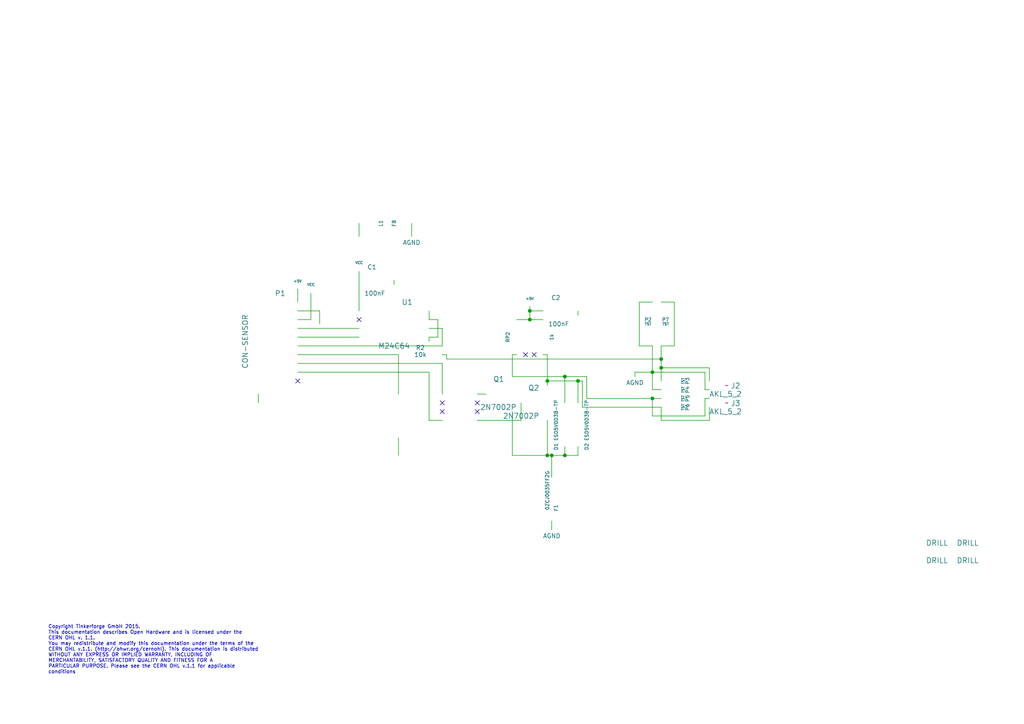
<source format=kicad_sch>
(kicad_sch (version 20230121) (generator eeschema)
  (paper "A4")
  (title_block (title "LED Strip Bricklet") (date "Mi 08 Jul 2015") (rev "1.1") (company "Tinkerforge GmbH") (comment 1 "Licensed under CERN OHL v.1.1") (comment 2 "Copyright (©) 2015, B.Nordmeyer <bastian@tinkerforge.com>"))
  (lib_symbols)
  (junction (at 153.67 92.71))
  (junction (at 163.83 132.08))
  (junction (at 191.77 104.14))
  (junction (at 167.64 110.49))
  (junction (at 163.83 109.22))
  (junction (at 153.67 90.17))
  (junction (at 160.02 132.08))
  (junction (at 189.23 107.95))
  (junction (at 191.77 106.68))
  (junction (at 158.75 110.49))
  (junction (at 158.75 132.08))
  (junction (at 189.23 115.57))
  (no_connect (at 104.14 92.71))
  (no_connect (at 128.27 119.38))
  (no_connect (at 152.4 102.87))
  (no_connect (at 138.43 119.38))
  (no_connect (at 154.94 102.87))
  (no_connect (at 138.43 116.84))
  (no_connect (at 128.27 116.84))
  (no_connect (at 86.36 110.49))
  (wire (pts (xy 163.83 116.84) (xy 163.83 109.22)))
  (wire (pts (xy 115.57 102.87) (xy 86.36 102.87)))
  (wire (pts (xy 168.91 118.11) (xy 191.77 118.11)))
  (wire (pts (xy 151.13 121.92) (xy 151.13 116.84)))
  (wire (pts (xy 189.23 120.65) (xy 204.47 120.65)))
  (wire (pts (xy 160.02 132.08) (xy 163.83 132.08)))
  (wire (pts (xy 86.36 100.33) (xy 128.27 100.33)))
  (wire (pts (xy 127 97.79) (xy 127 92.71)))
  (wire (pts (xy 90.17 92.71) (xy 86.36 92.71)))
  (wire (pts (xy 185.42 100.33) (xy 189.23 100.33)))
  (wire (pts (xy 104.14 95.25) (xy 86.36 95.25)))
  (wire (pts (xy 138.43 121.92) (xy 151.13 121.92)))
  (wire (pts (xy 205.74 106.68) (xy 191.77 106.68)))
  (wire (pts (xy 128.27 95.25) (xy 124.46 95.25)))
  (wire (pts (xy 168.91 110.49) (xy 168.91 118.11)))
  (wire (pts (xy 153.67 92.71) (xy 157.48 92.71)))
  (wire (pts (xy 148.59 109.22) (xy 148.59 102.87)))
  (wire (pts (xy 189.23 107.95) (xy 189.23 113.03)))
  (wire (pts (xy 191.77 100.33) (xy 191.77 104.14)))
  (wire (pts (xy 153.67 90.17) (xy 153.67 92.71)))
  (wire (pts (xy 92.71 90.17) (xy 92.71 93.98)))
  (wire (pts (xy 163.83 129.54) (xy 163.83 132.08)))
  (wire (pts (xy 148.59 132.08) (xy 158.75 132.08)))
  (wire (pts (xy 104.14 68.58) (xy 104.14 64.77)))
  (wire (pts (xy 86.36 90.17) (xy 92.71 90.17)))
  (wire (pts (xy 160.02 138.43) (xy 160.02 132.08)))
  (wire (pts (xy 140.97 114.3) (xy 138.43 114.3)))
  (wire (pts (xy 86.36 105.41) (xy 128.27 105.41)))
  (wire (pts (xy 124.46 92.71) (xy 124.46 90.17)))
  (wire (pts (xy 74.93 116.84) (xy 74.93 114.3)))
  (wire (pts (xy 124.46 107.95) (xy 124.46 121.92)))
  (wire (pts (xy 148.59 109.22) (xy 163.83 109.22)))
  (wire (pts (xy 185.42 100.33) (xy 185.42 87.63)))
  (wire (pts (xy 104.14 97.79) (xy 86.36 97.79)))
  (wire (pts (xy 129.54 104.14) (xy 191.77 104.14)))
  (wire (pts (xy 167.64 129.54) (xy 167.64 132.08)))
  (wire (pts (xy 124.46 121.92) (xy 128.27 121.92)))
  (wire (pts (xy 158.75 110.49) (xy 158.75 102.87)))
  (wire (pts (xy 184.15 107.95) (xy 189.23 107.95)))
  (wire (pts (xy 115.57 102.87) (xy 115.57 114.3)))
  (wire (pts (xy 158.75 121.92) (xy 158.75 132.08)))
  (wire (pts (xy 153.67 88.9) (xy 153.67 90.17)))
  (wire (pts (xy 160.02 153.67) (xy 160.02 151.13)))
  (wire (pts (xy 204.47 107.95) (xy 204.47 113.03)))
  (wire (pts (xy 170.18 109.22) (xy 170.18 115.57)))
  (wire (pts (xy 167.64 91.44) (xy 167.64 90.17)))
  (wire (pts (xy 148.59 102.87) (xy 149.86 102.87)))
  (wire (pts (xy 128.27 105.41) (xy 128.27 114.3)))
  (wire (pts (xy 204.47 120.65) (xy 204.47 115.57)))
  (wire (pts (xy 189.23 113.03) (xy 191.77 113.03)))
  (wire (pts (xy 191.77 100.33) (xy 195.58 100.33)))
  (wire (pts (xy 158.75 110.49) (xy 167.64 110.49)))
  (wire (pts (xy 170.18 115.57) (xy 189.23 115.57)))
  (wire (pts (xy 114.3 81.28) (xy 114.3 82.55)))
  (wire (pts (xy 104.14 78.74) (xy 104.14 90.17)))
  (wire (pts (xy 189.23 115.57) (xy 189.23 120.65)))
  (wire (pts (xy 195.58 100.33) (xy 195.58 87.63)))
  (wire (pts (xy 185.42 87.63) (xy 189.23 87.63)))
  (wire (pts (xy 167.64 116.84) (xy 167.64 110.49)))
  (wire (pts (xy 191.77 121.92) (xy 205.74 121.92)))
  (wire (pts (xy 128.27 102.87) (xy 129.54 102.87)))
  (wire (pts (xy 204.47 115.57) (xy 205.74 115.57)))
  (wire (pts (xy 153.67 90.17) (xy 157.48 90.17)))
  (wire (pts (xy 149.86 92.71) (xy 153.67 92.71)))
  (wire (pts (xy 86.36 107.95) (xy 124.46 107.95)))
  (wire (pts (xy 124.46 97.79) (xy 124.46 99.06)))
  (wire (pts (xy 90.17 85.09) (xy 90.17 92.71)))
  (wire (pts (xy 163.83 132.08) (xy 167.64 132.08)))
  (wire (pts (xy 189.23 115.57) (xy 191.77 115.57)))
  (wire (pts (xy 158.75 132.08) (xy 160.02 132.08)))
  (wire (pts (xy 184.15 107.95) (xy 184.15 109.22)))
  (wire (pts (xy 158.75 111.76) (xy 158.75 110.49)))
  (wire (pts (xy 167.64 110.49) (xy 168.91 110.49)))
  (wire (pts (xy 127 92.71) (xy 124.46 92.71)))
  (wire (pts (xy 189.23 107.95) (xy 204.47 107.95)))
  (wire (pts (xy 119.38 68.58) (xy 119.38 64.77)))
  (wire (pts (xy 127 97.79) (xy 124.46 97.79)))
  (wire (pts (xy 191.77 104.14) (xy 191.77 106.68)))
  (wire (pts (xy 148.59 119.38) (xy 148.59 132.08)))
  (wire (pts (xy 189.23 100.33) (xy 189.23 107.95)))
  (wire (pts (xy 205.74 121.92) (xy 205.74 118.11)))
  (wire (pts (xy 158.75 102.87) (xy 157.48 102.87)))
  (wire (pts (xy 204.47 113.03) (xy 205.74 113.03)))
  (wire (pts (xy 191.77 118.11) (xy 191.77 121.92)))
  (wire (pts (xy 195.58 87.63) (xy 191.77 87.63)))
  (wire (pts (xy 115.57 127) (xy 115.57 132.08)))
  (wire (pts (xy 191.77 106.68) (xy 191.77 110.49)))
  (wire (pts (xy 128.27 100.33) (xy 128.27 95.25)))
  (wire (pts (xy 86.36 87.63) (xy 86.36 83.82)))
  (wire (pts (xy 205.74 110.49) (xy 205.74 106.68)))
  (wire (pts (xy 129.54 102.87) (xy 129.54 104.14)))
  (wire (pts (xy 163.83 109.22) (xy 170.18 109.22)))
  (text "Copyright Tinkerforge GmbH 2015.\nThis documentation describes Open Hardware and is licensed under the\nCERN OHL v. 1.1.\nYou may redistribute and modify this documentation under the terms of the\nCERN OHL v.1.1. (http://ohwr.org/cernohl). This documentation is distributed\nWITHOUT ANY EXPRESS OR IMPLIED WARRANTY, INCLUDING OF\nMERCHANTABILITY, SATISFACTORY QUALITY AND FITNESS FOR A\nPARTICULAR PURPOSE. Please see the CERN OHL v.1.1 for applicable\nconditions\n" (at 13.97 195.58 0) (effects (font (size 1.016 1.016)) (justify left bottom)))
  (symbol (lib_id "CON-SENSOR") (at 74.93 99.06 0) (mirror y) (unit 1)
    (property "Reference" "P1" (at 81.28 85.09 0) (effects (font (size 1.524 1.524))))
    (property "Value" "CON-SENSOR" (at 71.12 99.06 90) (effects (font (size 1.524 1.524))))
    (property "Footprint" "kicad-libraries:CON-SENSOR" (effects hide))
  )
  (symbol (lib_id "GND") (at 74.93 116.84 0) (unit 1)
    (property "Reference" "#PWR06" (effects hide))
    (property "Value" "GND" (effects hide))
  )
  (symbol (lib_id "GND") (at 92.71 93.98 0) (unit 1)
    (property "Reference" "#PWR05" (effects hide))
    (property "Value" "GND" (effects hide))
  )
  (symbol (lib_id "VCC") (at 90.17 85.09 0) (unit 1)
    (property "Reference" "#PWR04" (effects hide))
    (property "Value" "VCC" (at 90.17 82.55 0) (effects (font (size 0.762 0.762))))
  )
  (symbol (lib_id "CAT24C") (at 114.3 100.33 0) (mirror y) (unit 1)
    (property "Reference" "U1" (at 118.11 87.63 0) (effects (font (size 1.524 1.524))))
    (property "Value" "M24C64" (at 114.3 100.33 0) (effects (font (size 1.524 1.524))))
    (property "Footprint" "kicad-libraries:SOIC8" (effects hide))
  )
  (symbol (lib_id "C") (at 109.22 81.28 90) (unit 1)
    (property "Reference" "C1" (at 109.22 77.47 90) (effects (justify left)))
    (property "Value" "100nF" (at 111.76 85.09 90) (effects (justify left)))
    (property "Footprint" "kicad-libraries:C0603" (effects hide))
  )
  (symbol (lib_id "DRILL") (at 280.67 157.48 0) (unit 1)
    (property "Reference" "U4" (effects hide))
    (property "Value" "DRILL" (at 280.67 157.48 0) (effects (font (size 1.524 1.524))))
    (property "Footprint" "kicad-libraries:DRILL_NP" (effects hide))
  )
  (symbol (lib_id "DRILL") (at 280.67 162.56 0) (unit 1)
    (property "Reference" "U5" (effects hide))
    (property "Value" "DRILL" (at 280.67 162.56 0) (effects (font (size 1.524 1.524))))
    (property "Footprint" "kicad-libraries:DRILL_NP" (effects hide))
  )
  (symbol (lib_id "DRILL") (at 271.78 162.56 0) (unit 1)
    (property "Reference" "U3" (effects hide))
    (property "Value" "DRILL" (at 271.78 162.56 0) (effects (font (size 1.524 1.524))))
    (property "Footprint" "kicad-libraries:DRILL_NP" (effects hide))
  )
  (symbol (lib_id "DRILL") (at 271.78 157.48 0) (unit 1)
    (property "Reference" "U2" (effects hide))
    (property "Value" "DRILL" (at 271.78 157.48 0) (effects (font (size 1.524 1.524))))
    (property "Footprint" "kicad-libraries:DRILL_NP" (effects hide))
  )
  (symbol (lib_id "GND") (at 124.46 99.06 0) (unit 1)
    (property "Reference" "#PWR03" (effects hide))
    (property "Value" "GND" (effects hide))
  )
  (symbol (lib_id "VCC") (at 104.14 78.74 0) (unit 1)
    (property "Reference" "#PWR02" (effects hide))
    (property "Value" "VCC" (at 104.14 76.2 0) (effects (font (size 0.762 0.762))))
  )
  (symbol (lib_id "GND") (at 114.3 82.55 0) (unit 1)
    (property "Reference" "#PWR01" (effects hide))
    (property "Value" "GND" (effects hide))
  )
  (symbol (lib_id "R_PACK4") (at 133.35 123.19 0) (mirror y) (unit 1)
    (property "Reference" "RP1" (at 133.35 111.76 0) (effects (font (size 1.016 1.016))))
    (property "Value" "470" (at 133.35 124.46 0) (effects (font (size 1.016 1.016))))
    (property "Footprint" "kicad-libraries:4X0603" (effects hide))
  )
  (symbol (lib_id "R") (at 121.92 102.87 90) (unit 1)
    (property "Reference" "R2" (at 121.92 100.838 90))
    (property "Value" "10k" (at 121.92 102.87 90))
    (property "Footprint" "kicad-libraries:R0603" (effects hide))
  )
  (symbol (lib_id "R") (at 115.57 120.65 180) (unit 1)
    (property "Reference" "R1" (at 113.538 120.65 90))
    (property "Value" "1k" (at 115.57 120.65 90))
    (property "Footprint" "kicad-libraries:R0603" (effects hide))
  )
  (symbol (lib_id "AKL_5_2") (at 210.82 116.84 0) (unit 1)
    (property "Reference" "J3" (at 213.36 116.967 0) (effects (font (size 1.524 1.524))))
    (property "Value" "AKL_5_2" (at 210.439 119.38 0) (effects (font (size 1.524 1.524))))
    (property "Footprint" "kicad-libraries:AKL_5_2" (effects hide))
    (property "Datasheet" "~" (at 210.82 116.84 0) (effects (font (size 1.524 1.524))))
  )
  (symbol (lib_id "AKL_5_2") (at 210.82 111.76 0) (unit 1)
    (property "Reference" "J2" (at 213.36 111.887 0) (effects (font (size 1.524 1.524))))
    (property "Value" "AKL_5_2" (at 210.439 114.3 0) (effects (font (size 1.524 1.524))))
    (property "Footprint" "kicad-libraries:AKL_5_2" (effects hide))
    (property "Datasheet" "~" (at 210.82 111.76 0) (effects (font (size 1.524 1.524))))
  )
  (symbol (lib_id "AKL_5_2") (at 190.5 82.55 90) (unit 1)
    (property "Reference" "J1" (at 190.627 80.01 0) (effects (font (size 1.524 1.524))))
    (property "Value" "AKL_5_2" (at 193.04 82.931 0) (effects (font (size 1.524 1.524))))
    (property "Footprint" "kicad-libraries:AKL_5_2" (effects hide))
    (property "Datasheet" "~" (at 190.5 82.55 0) (effects (font (size 1.524 1.524))))
  )
  (symbol (lib_id "GND") (at 115.57 132.08 0) (unit 1)
    (property "Reference" "#PWR07" (effects hide))
    (property "Value" "GND" (effects hide))
  )
  (symbol (lib_id "MOSFET_N_CH") (at 146.05 114.3 0) (unit 1)
    (property "Reference" "Q1" (at 146.304 109.982 0) (effects (font (size 1.524 1.524)) (justify right)))
    (property "Value" "2N7002P" (at 149.86 118.11 0) (effects (font (size 1.524 1.524)) (justify right)))
    (property "Footprint" "kicad-libraries:SOT23GDS" (effects hide))
  )
  (symbol (lib_id "MOSFET_N_CH") (at 156.21 116.84 0) (unit 1)
    (property "Reference" "Q2" (at 156.464 112.522 0) (effects (font (size 1.524 1.524)) (justify right)))
    (property "Value" "2N7002P" (at 156.464 120.65 0) (effects (font (size 1.524 1.524)) (justify right)))
    (property "Footprint" "kicad-libraries:SOT23GDS" (effects hide))
  )
  (symbol (lib_id "R_PACK4") (at 158.75 97.79 90) (unit 1)
    (property "Reference" "RP2" (at 147.32 97.79 0) (effects (font (size 1.016 1.016))))
    (property "Value" "1k" (at 160.02 97.79 0) (effects (font (size 1.016 1.016))))
    (property "Footprint" "kicad-libraries:4X0603" (effects hide))
  )
  (symbol (lib_id "+5V") (at 86.36 83.82 0) (unit 1)
    (property "Reference" "#PWR08" (effects hide))
    (property "Value" "+5V" (at 86.36 81.534 0) (effects (font (size 0.762 0.762))))
  )
  (symbol (lib_id "+5V") (at 153.67 88.9 0) (unit 1)
    (property "Reference" "#PWR09" (effects hide))
    (property "Value" "+5V" (at 153.67 86.614 0) (effects (font (size 0.762 0.762))))
  )
  (symbol (lib_id "C") (at 162.56 90.17 90) (unit 1)
    (property "Reference" "C2" (at 162.56 86.36 90) (effects (justify left)))
    (property "Value" "100nF" (at 165.1 93.98 90) (effects (justify left)))
    (property "Footprint" "kicad-libraries:C0603" (effects hide))
  )
  (symbol (lib_id "TST") (at 187.96 100.33 0) (unit 1)
    (property "Reference" "P2" (at 187.96 92.71 0) (effects (font (size 1.016 1.016))))
    (property "Value" "TST" (at 187.96 93.98 0) (effects (font (size 0.762 0.762))))
    (property "Footprint" "kicad-libraries:SOLDER_PAD2" (effects hide))
  )
  (symbol (lib_id "TST") (at 193.04 100.33 0) (unit 1)
    (property "Reference" "P7" (at 193.04 92.71 0) (effects (font (size 1.016 1.016))))
    (property "Value" "TST" (at 193.04 93.98 0) (effects (font (size 0.762 0.762))))
    (property "Footprint" "kicad-libraries:SOLDER_PAD2" (effects hide))
  )
  (symbol (lib_id "TST") (at 191.77 110.49 270) (unit 1)
    (property "Reference" "P3" (at 199.39 110.49 0) (effects (font (size 1.016 1.016))))
    (property "Value" "TST" (at 198.12 110.49 0) (effects (font (size 0.762 0.762))))
    (property "Footprint" "kicad-libraries:SOLDER_PAD2" (effects hide))
  )
  (symbol (lib_id "TST") (at 191.77 113.03 270) (unit 1)
    (property "Reference" "P4" (at 199.39 113.03 0) (effects (font (size 1.016 1.016))))
    (property "Value" "TST" (at 198.12 113.03 0) (effects (font (size 0.762 0.762))))
    (property "Footprint" "kicad-libraries:SOLDER_PAD2" (effects hide))
  )
  (symbol (lib_id "TST") (at 191.77 115.57 270) (unit 1)
    (property "Reference" "P5" (at 199.39 115.57 0) (effects (font (size 1.016 1.016))))
    (property "Value" "TST" (at 198.12 115.57 0) (effects (font (size 0.762 0.762))))
    (property "Footprint" "kicad-libraries:SOLDER_PAD2" (effects hide))
  )
  (symbol (lib_id "TST") (at 191.77 118.11 270) (unit 1)
    (property "Reference" "P6" (at 199.39 118.11 0) (effects (font (size 1.016 1.016))))
    (property "Value" "TST" (at 198.12 118.11 0) (effects (font (size 0.762 0.762))))
    (property "Footprint" "kicad-libraries:SOLDER_PAD2" (effects hide))
  )
  (symbol (lib_id "AGND") (at 119.38 68.58 0) (unit 1)
    (property "Reference" "#PWR010" (effects hide))
    (property "Value" "AGND" (at 119.38 70.358 0))
  )
  (symbol (lib_id "INDUCTOR") (at 111.76 64.77 0) (unit 1)
    (property "Reference" "L1" (at 110.49 64.77 90) (effects (font (size 1.016 1.016))))
    (property "Value" "FB" (at 114.3 64.77 90) (effects (font (size 1.016 1.016))))
    (property "Footprint" "kicad-libraries:C0603" (effects hide))
  )
  (symbol (lib_id "GND") (at 104.14 68.58 0) (unit 1)
    (property "Reference" "#PWR011" (effects hide))
    (property "Value" "GND" (effects hide))
  )
  (symbol (lib_id "AGND") (at 184.15 109.22 0) (unit 1)
    (property "Reference" "#PWR012" (effects hide))
    (property "Value" "AGND" (at 184.15 110.998 0))
  )
  (symbol (lib_id "FUSE") (at 160.02 144.78 270) (unit 1)
    (property "Reference" "F1" (at 161.29 147.32 0) (effects (font (size 1.016 1.016))))
    (property "Value" "0ZCJ0035FF2G" (at 158.75 142.24 0) (effects (font (size 1.016 1.016))))
    (property "Footprint" "kicad-libraries:F1206" (effects hide))
  )
  (symbol (lib_id "AGND") (at 160.02 153.67 0) (unit 1)
    (property "Reference" "#PWR013" (effects hide))
    (property "Value" "AGND" (at 160.02 155.448 0))
  )
  (symbol (lib_id "TVS") (at 163.83 123.19 270) (unit 1)
    (property "Reference" "D1" (at 161.29 129.54 0) (effects (font (size 1.016 1.016))))
    (property "Value" "ESD5V0D3B-TP" (at 161.29 121.92 0) (effects (font (size 1.016 1.016))))
    (property "Footprint" "kicad-libraries:SOD-323" (effects hide))
  )
  (symbol (lib_id "TVS") (at 167.64 123.19 270) (unit 1)
    (property "Reference" "D2" (at 170.18 129.54 0) (effects (font (size 1.016 1.016))))
    (property "Value" "ESD5V0D3B-TP" (at 170.18 121.92 0) (effects (font (size 1.016 1.016))))
    (property "Footprint" "kicad-libraries:SOD-323" (effects hide))
  )
  (symbol (lib_id "GND") (at 167.64 91.44 0) (unit 1)
    (property "Reference" "#PWR014" (effects hide))
    (property "Value" "GND" (effects hide))
  )
)
</source>
